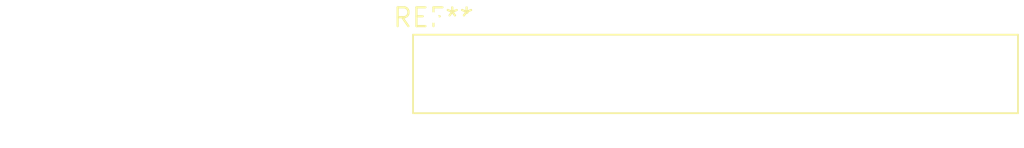
<source format=kicad_pcb>
(kicad_pcb (version 20240108) (generator pcbnew)
  (layers (0 "F.Cu" signal) (31 "B.Cu" signal) (34 "B.Paste" user) (35 "F.Paste" user) (36 "B.SilkS" user "B.Silkscreen") (37 "F.SilkS" user "F.Silkscreen") (38 "B.Mask" user) (39 "F.Mask" user) (44 "Edge.Cuts" user))
  (net 0 "")
  (footprint "Samtec_HLE-116-02-xx-DV-PE_2x16_P2.54mm_Horizontal" (layer "F.Cu") (at 0 0)
    (property "Reference" "REF**")
    (property "Value" "Samtec_HLE-116-02-xx-DV-PE_2x16_P2.54mm_Horizontal")
    (fp_line (start -1.38 1.16) (end 39.48 1.16) (layer "F.SilkS") (stroke (width 0.12)))
    (fp_line (start -1.38 6.46) (end -1.38 1.16) (layer "F.SilkS") (stroke (width 0.12)))
    (fp_line (start 39.48 1.16) (end 39.48 6.46) (layer "F.SilkS") (stroke (width 0.12)))
    (fp_line (start 39.48 6.46) (end -1.38 6.46) (layer "F.SilkS") (stroke (width 0.12)))
    (pad "" np_thru_hole circle (at 0 2.54) (size 1.4 1.4) (drill 1.4) (layers *.Cu *.Mask))
    (pad "" np_thru_hole circle (at 0 5.08) (size 1.4 1.4) (drill 1.4) (layers *.Cu *.Mask))
    (pad "" np_thru_hole circle (at 2.54 2.54) (size 1.4 1.4) (drill 1.4) (layers *.Cu *.Mask))
    (pad "" np_thru_hole circle (at 2.54 5.08) (size 1.4 1.4) (drill 1.4) (layers *.Cu *.Mask))
    (pad "" np_thru_hole circle (at 5.08 2.54) (size 1.4 1.4) (drill 1.4) (layers *.Cu *.Mask))
    (pad "" np_thru_hole circle (at 5.08 5.08) (size 1.4 1.4) (drill 1.4) (layers *.Cu *.Mask))
    (pad "" np_thru_hole circle (at 7.62 2.54) (size 1.4 1.4) (drill 1.4) (layers *.Cu *.Mask))
    (pad "" np_thru_hole circle (at 7.62 5.08) (size 1.4 1.4) (drill 1.4) (layers *.Cu *.Mask))
    (pad "" np_thru_hole circle (at 10.16 2.54) (size 1.4 1.4) (drill 1.4) (layers *.Cu *.Mask))
    (pad "" np_thru_hole circle (at 10.16 5.08) (size 1.4 1.4) (drill 1.4) (layers *.Cu *.Mask))
    (pad "" np_thru_hole circle (at 12.7 2.54) (size 1.4 1.4) (drill 1.4) (layers *.Cu *.Mask))
    (pad "" np_thru_hole circle (at 12.7 5.08) (size 1.4 1.4) (drill 1.4) (layers *.Cu *.Mask))
    (pad "" np_thru_hole circle (at 15.24 2.54) (size 1.4 1.4) (drill 1.4) (layers *.Cu *.Mask))
    (pad "" np_thru_hole circle (at 15.24 5.08) (size 1.4 1.4) (drill 1.4) (layers *.Cu *.Mask))
    (pad "" np_thru_hole circle (at 17.78 2.54) (size 1.4 1.4) (drill 1.4) (layers *.Cu *.Mask))
    (pad "" np_thru_hole circle (at 17.78 5.08) (size 1.4 1.4) (drill 1.4) (layers *.Cu *.Mask))
    (pad "" np_thru_hole circle (at 20.32 2.54) (size 1.4 1.4) (drill 1.4) (layers *.Cu *.Mask))
    (pad "" np_thru_hole circle (at 20.32 5.08) (size 1.4 1.4) (drill 1.4) (layers *.Cu *.Mask))
    (pad "" np_thru_hole circle (at 22.86 2.54) (size 1.4 1.4) (drill 1.4) (layers *.Cu *.Mask))
    (pad "" np_thru_hole circle (at 22.86 5.08) (size 1.4 1.4) (drill 1.4) (layers *.Cu *.Mask))
    (pad "" np_thru_hole circle (at 25.4 2.54) (size 1.4 1.4) (drill 1.4) (layers *.Cu *.Mask))
    (pad "" np_thru_hole circle (at 25.4 5.08) (size 1.4 1.4) (drill 1.4) (layers *.Cu *.Mask))
    (pad "" np_thru_hole circle (at 27.94 2.54) (size 1.4 1.4) (drill 1.4) (layers *.Cu *.Mask))
    (pad "" np_thru_hole circle (at 27.94 5.08) (size 1.4 1.4) (drill 1.4) (layers *.Cu *.Mask))
    (pad "" np_thru_hole circle (at 30.48 2.54) (size 1.4 1.4) (drill 1.4) (layers *.Cu *.Mask))
    (pad "" np_thru_hole circle (at 30.48 5.08) (size 1.4 1.4) (drill 1.4) (layers *.Cu *.Mask))
    (pad "" np_thru_hole circle (at 33.02 2.54) (size 1.4 1.4) (drill 1.4) (layers *.Cu *.Mask))
    (pad "" np_thru_hole circle (at 33.02 5.08) (size 1.4 1.4) (drill 1.4) (layers *.Cu *.Mask))
    (pad "" np_thru_hole circle (at 35.56 2.54) (size 1.4 1.4) (drill 1.4) (layers *.Cu *.Mask))
    (pad "" np_thru_hole circle (at 35.56 5.08) (size 1.4 1.4) (drill 1.4) (layers *.Cu *.Mask))
    (pad "" np_thru_hole circle (at 38.1 2.54) (size 1.4 1.4) (drill 1.4) (layers *.Cu *.Mask))
    (pad "" np_thru_hole circle (at 38.1 5.08) (size 1.4 1.4) (drill 1.4) (layers *.Cu *.Mask))
    (pad "1" thru_hole roundrect (at 0 0) (size 1.31 1.31) (drill 0.71) (layers *.Cu *.Mask) (remove_unused_layers) (roundrect_rratio 0.19084))
    (pad "2" thru_hole circle (at 0 7.62) (size 1.31 1.31) (drill 0.71) (layers *.Cu *.Mask) (remove_unused_layers))
    (pad "3" thru_hole circle (at 2.54 0) (size 1.31 1.31) (drill 0.71) (layers *.Cu *.Mask) (remove_unused_layers))
    (pad "4" thru_hole circle (at 2.54 7.62) (size 1.31 1.31) (drill 0.71) (layers *.Cu *.Mask) (remove_unused_layers))
    (pad "5" thru_hole circle (at 5.08 0) (size 1.31 1.31) (drill 0.71) (layers *.Cu *.Mask) (remove_unused_layers))
    (pad "6" thru_hole circle (at 5.08 7.62) (size 1.31 1.31) (drill 0.71) (layers *.Cu *.Mask) (remove_unused_layers))
    (pad "7" thru_hole circle (at 7.62 0) (size 1.31 1.31) (drill 0.71) (layers *.Cu *.Mask) (remove_unused_layers))
    (pad "8" thru_hole circle (at 7.62 7.62) (size 1.31 1.31) (drill 0.71) (layers *.Cu *.Mask) (remove_unused_layers))
    (pad "9" thru_hole circle (at 10.16 0) (size 1.31 1.31) (drill 0.71) (layers *.Cu *.Mask) (remove_unused_layers))
    (pad "10" thru_hole circle (at 10.16 7.62) (size 1.31 1.31) (drill 0.71) (layers *.Cu *.Mask) (remove_unused_layers))
    (pad "11" thru_hole circle (at 12.7 0) (size 1.31 1.31) (drill 0.71) (layers *.Cu *.Mask) (remove_unused_layers))
    (pad "12" thru_hole circle (at 12.7 7.62) (size 1.31 1.31) (drill 0.71) (layers *.Cu *.Mask) (remove_unused_layers))
    (pad "13" thru_hole circle (at 15.24 0) (size 1.31 1.31) (drill 0.71) (layers *.Cu *.Mask) (remove_unused_layers))
    (pad "14" thru_hole circle (at 15.24 7.62) (size 1.31 1.31) (drill 0.71) (layers *.Cu *.Mask) (remove_unused_layers))
    (pad "15" thru_hole circle (at 17.78 0) (size 1.31 1.31) (drill 0.71) (layers *.Cu *.Mask) (remove_unused_layers))
    (pad "16" thru_hole circle (at 17.78 7.62) (size 1.31 1.31) (drill 0.71) (layers *.Cu *.Mask) (remove_unused_layers))
    (pad "17" thru_hole circle (at 20.32 0) (size 1.31 1.31) (drill 0.71) (layers *.Cu *.Mask) (remove_unused_layers))
    (pad "18" thru_hole circle (at 20.32 7.62) (size 1.31 1.31) (drill 0.71) (layers *.Cu *.Mask) (remove_unused_layers))
    (pad "19" thru_hole circle (at 22.86 0) (size 1.31 1.31) (drill 0.71) (layers *.Cu *.Mask) (remove_unused_layers))
    (pad "20" thru_hole circle (at 22.86 7.62) (size 1.31 1.31) (drill 0.71) (layers *.Cu *.Mask) (remove_unused_layers))
    (pad "21" thru_hole circle (at 25.4 0) (size 1.31 1.31) (drill 0.71) (layers *.Cu *.Mask) (remove_unused_layers))
    (pad "22" thru_hole circle (at 25.4 7.62) (size 1.31 1.31) (drill 0.71) (layers *.Cu *.Mask) (remove_unused_layers))
    (pad "23" thru_hole circle (at 27.94 0) (size 1.31 1.31) (drill 0.71) (layers *.Cu *.Mask) (remove_unused_layers))
    (pad "24" thru_hole circle (at 27.94 7.62) (size 1.31 1.31) (drill 0.71) (layers *.Cu *.Mask) (remove_unused_layers))
    (pad "25" thru_hole circle (at 30.48 0) (size 1.31 1.31) (drill 0.71) (layers *.Cu *.Mask) (remove_unused_layers))
    (pad "26" thru_hole circle (at 30.48 7.62) (size 1.31 1.31) (drill 0.71) (layers *.Cu *.Mask) (remove_unused_layers))
    (pad "27" thru_hole circle (at 33.02 0) (size 1.31 1.31) (drill 0.71) (layers *.Cu *.Mask) (remove_unused_layers))
    (pad "28" thru_hole circle (at 33.02 7.62) (size 1.31 1.31) (drill 0.71) (layers *.Cu *.Mask) (remove_unused_layers))
    (pad "29" thru_hole circle (at 35.56 0) (size 1.31 1.31) (drill 0.71) (layers *.Cu *.Mask) (remove_unused_layers))
    (pad "30" thru_hole circle (at 35.56 7.62) (size 1.31 1.31) (drill 0.71) (layers *.Cu *.Mask) (remove_unused_layers))
    (pad "31" thru_hole circle (at 38.1 0) (size 1.31 1.31) (drill 0.71) (layers *.Cu *.Mask) (remove_unused_layers))
    (pad "32" thru_hole circle (at 38.1 7.62) (size 1.31 1.31) (drill 0.71) (layers *.Cu *.Mask) (remove_unused_layers))
  )
)
</source>
